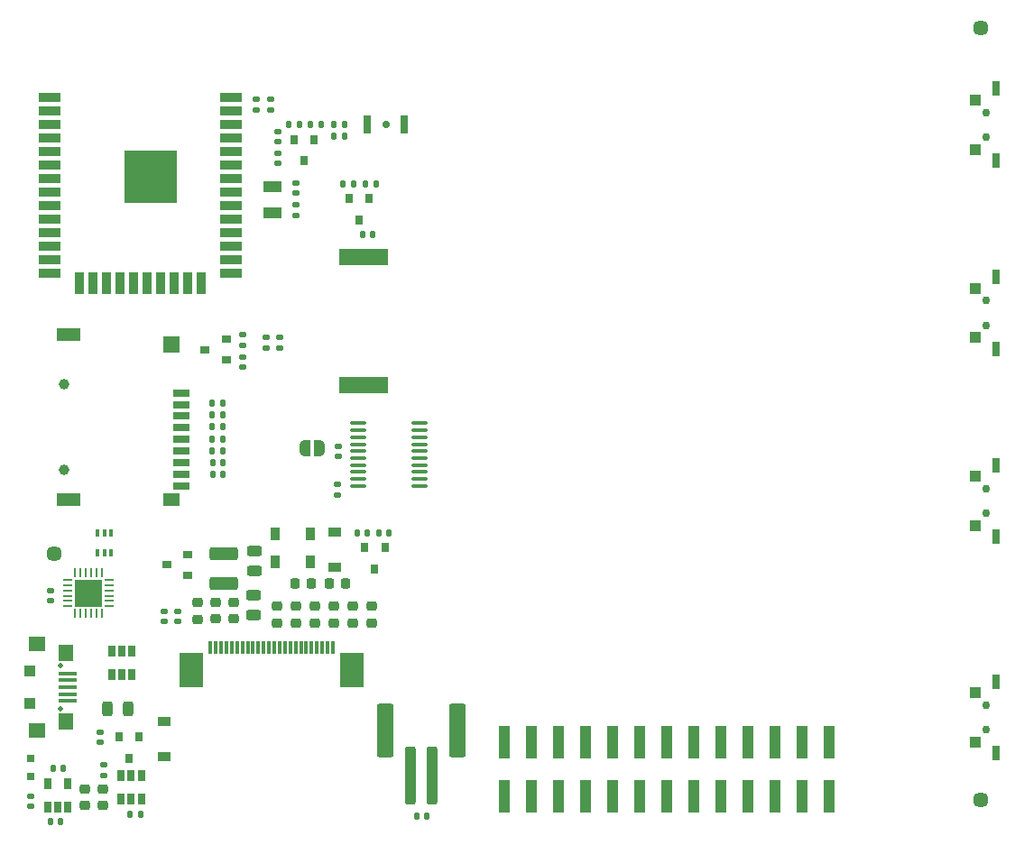
<source format=gbs>
G04 #@! TF.GenerationSoftware,KiCad,Pcbnew,5.99.0-unknown-6b9e44e59c~128~ubuntu18.04.1*
G04 #@! TF.CreationDate,2021-08-18T13:21:18+05:30*
G04 #@! TF.ProjectId,paperd_ink_rev3,70617065-7264-45f6-996e-6b5f72657633,rev?*
G04 #@! TF.SameCoordinates,Original*
G04 #@! TF.FileFunction,Soldermask,Bot*
G04 #@! TF.FilePolarity,Negative*
%FSLAX46Y46*%
G04 Gerber Fmt 4.6, Leading zero omitted, Abs format (unit mm)*
G04 Created by KiCad (PCBNEW 5.99.0-unknown-6b9e44e59c~128~ubuntu18.04.1) date 2021-08-18 13:21:18*
%MOMM*%
%LPD*%
G01*
G04 APERTURE LIST*
G04 Aperture macros list*
%AMRoundRect*
0 Rectangle with rounded corners*
0 $1 Rounding radius*
0 $2 $3 $4 $5 $6 $7 $8 $9 X,Y pos of 4 corners*
0 Add a 4 corners polygon primitive as box body*
4,1,4,$2,$3,$4,$5,$6,$7,$8,$9,$2,$3,0*
0 Add four circle primitives for the rounded corners*
1,1,$1+$1,$2,$3*
1,1,$1+$1,$4,$5*
1,1,$1+$1,$6,$7*
1,1,$1+$1,$8,$9*
0 Add four rect primitives between the rounded corners*
20,1,$1+$1,$2,$3,$4,$5,0*
20,1,$1+$1,$4,$5,$6,$7,0*
20,1,$1+$1,$6,$7,$8,$9,0*
20,1,$1+$1,$8,$9,$2,$3,0*%
%AMFreePoly0*
4,1,22,0.500000,-0.750000,0.000000,-0.750000,0.000000,-0.745033,-0.079941,-0.743568,-0.215256,-0.701293,-0.333266,-0.622738,-0.424486,-0.514219,-0.481581,-0.384460,-0.499164,-0.250000,-0.500000,-0.250000,-0.500000,0.250000,-0.499164,0.250000,-0.499963,0.256109,-0.478152,0.396186,-0.417904,0.524511,-0.324060,0.630769,-0.204165,0.706417,-0.067858,0.745374,0.000000,0.744959,0.000000,0.750000,
0.500000,0.750000,0.500000,-0.750000,0.500000,-0.750000,$1*%
%AMFreePoly1*
4,1,20,0.000000,0.744959,0.073905,0.744508,0.209726,0.703889,0.328688,0.626782,0.421226,0.519385,0.479903,0.390333,0.500000,0.250000,0.500000,-0.250000,0.499851,-0.262216,0.476331,-0.402017,0.414519,-0.529596,0.319384,-0.634700,0.198574,-0.708877,0.061801,-0.746166,0.000000,-0.745033,0.000000,-0.750000,-0.500000,-0.750000,-0.500000,0.750000,0.000000,0.750000,0.000000,0.744959,
0.000000,0.744959,$1*%
G04 Aperture macros list end*
%ADD10RoundRect,0.147500X-0.172500X0.147500X-0.172500X-0.147500X0.172500X-0.147500X0.172500X0.147500X0*%
%ADD11R,1.200000X0.900000*%
%ADD12R,0.800000X0.900000*%
%ADD13RoundRect,0.218750X0.256250X-0.218750X0.256250X0.218750X-0.256250X0.218750X-0.256250X-0.218750X0*%
%ADD14R,0.900000X1.200000*%
%ADD15RoundRect,0.250000X0.250000X2.500000X-0.250000X2.500000X-0.250000X-2.500000X0.250000X-2.500000X0*%
%ADD16RoundRect,0.249600X0.550400X2.250400X-0.550400X2.250400X-0.550400X-2.250400X0.550400X-2.250400X0*%
%ADD17RoundRect,0.218750X-0.218750X-0.256250X0.218750X-0.256250X0.218750X0.256250X-0.218750X0.256250X0*%
%ADD18R,0.300000X1.300000*%
%ADD19R,2.200000X3.300000*%
%ADD20RoundRect,0.250000X1.075000X-0.375000X1.075000X0.375000X-1.075000X0.375000X-1.075000X-0.375000X0*%
%ADD21R,2.000000X0.900000*%
%ADD22R,0.900000X2.000000*%
%ADD23R,5.000000X5.000000*%
%ADD24RoundRect,0.243750X0.456250X-0.243750X0.456250X0.243750X-0.456250X0.243750X-0.456250X-0.243750X0*%
%ADD25RoundRect,0.147500X0.172500X-0.147500X0.172500X0.147500X-0.172500X0.147500X-0.172500X-0.147500X0*%
%ADD26RoundRect,0.147500X-0.147500X-0.172500X0.147500X-0.172500X0.147500X0.172500X-0.147500X0.172500X0*%
%ADD27R,1.800000X1.000000*%
%ADD28R,0.900000X0.800000*%
%ADD29C,1.000000*%
%ADD30R,1.600000X0.700000*%
%ADD31R,2.200000X1.200000*%
%ADD32R,1.500000X1.600000*%
%ADD33R,1.500000X1.200000*%
%ADD34RoundRect,0.147500X0.147500X0.172500X-0.147500X0.172500X-0.147500X-0.172500X0.147500X-0.172500X0*%
%ADD35R,0.650000X1.060000*%
%ADD36RoundRect,0.225000X0.250000X-0.225000X0.250000X0.225000X-0.250000X0.225000X-0.250000X-0.225000X0*%
%ADD37C,0.500000*%
%ADD38R,1.800000X0.400000*%
%ADD39R,1.000000X1.100000*%
%ADD40R,1.500000X1.350000*%
%ADD41R,1.400000X1.500000*%
%ADD42RoundRect,0.062500X0.062500X-0.350000X0.062500X0.350000X-0.062500X0.350000X-0.062500X-0.350000X0*%
%ADD43RoundRect,0.062500X0.350000X-0.062500X0.350000X0.062500X-0.350000X0.062500X-0.350000X-0.062500X0*%
%ADD44R,2.600000X2.600000*%
%ADD45R,0.400000X0.650000*%
%ADD46C,0.700000*%
%ADD47R,0.650000X1.800000*%
%ADD48R,4.600000X1.600000*%
%ADD49RoundRect,0.100000X-0.637500X-0.100000X0.637500X-0.100000X0.637500X0.100000X-0.637500X0.100000X0*%
%ADD50R,1.000000X3.150000*%
%ADD51FreePoly0,0.000000*%
%ADD52FreePoly1,0.000000*%
%ADD53RoundRect,0.218750X-0.256250X0.218750X-0.256250X-0.218750X0.256250X-0.218750X0.256250X0.218750X0*%
%ADD54C,1.448000*%
%ADD55RoundRect,0.243750X-0.243750X-0.456250X0.243750X-0.456250X0.243750X0.456250X-0.243750X0.456250X0*%
%ADD56C,0.750000*%
%ADD57R,0.800000X1.450000*%
%ADD58R,0.700000X0.700000*%
G04 APERTURE END LIST*
D10*
X126180000Y-93395000D03*
X126180000Y-94365000D03*
X125320000Y-71030000D03*
X125320000Y-72000000D03*
D11*
X131365000Y-111620000D03*
X131365000Y-114920000D03*
D12*
X127530000Y-74790000D03*
X129430000Y-74790000D03*
X128480000Y-76790000D03*
D13*
X134840000Y-120170000D03*
X134840000Y-118595000D03*
D14*
X129090000Y-114420000D03*
X125790000Y-114420000D03*
D13*
X118500000Y-119837500D03*
X118500000Y-118262500D03*
D10*
X126030000Y-76090000D03*
X126030000Y-77060000D03*
X126030000Y-74060000D03*
X126030000Y-75030000D03*
X124930000Y-93395000D03*
X124930000Y-94365000D03*
D15*
X140465000Y-134520000D03*
X138465000Y-134520000D03*
D16*
X136065000Y-130270000D03*
X142865000Y-130270000D03*
D17*
X127627500Y-116520000D03*
X129202500Y-116520000D03*
D10*
X123970000Y-71030000D03*
X123970000Y-72000000D03*
D18*
X119692939Y-122480356D03*
X120192939Y-122480356D03*
X120692939Y-122480356D03*
X121192939Y-122480356D03*
X121692939Y-122480356D03*
X122192939Y-122480356D03*
X122692939Y-122480356D03*
X123192939Y-122480356D03*
X123692939Y-122480356D03*
X124192939Y-122480356D03*
X124692939Y-122480356D03*
X125192939Y-122480356D03*
X125692939Y-122480356D03*
X126192939Y-122480356D03*
X126692939Y-122480356D03*
X127192939Y-122480356D03*
X127692939Y-122480356D03*
X128192939Y-122480356D03*
X128692939Y-122480356D03*
X129192939Y-122480356D03*
X129692939Y-122480356D03*
X130192939Y-122480356D03*
X130692939Y-122480356D03*
X131192939Y-122480356D03*
D19*
X132992939Y-124650356D03*
X117892939Y-124650356D03*
D20*
X120950000Y-116480000D03*
X120950000Y-113680000D03*
D21*
X121630000Y-70815000D03*
X121630000Y-72085000D03*
X121630000Y-73355000D03*
X121630000Y-74625000D03*
X121630000Y-75895000D03*
X121630000Y-77165000D03*
X121630000Y-78435000D03*
X121630000Y-79705000D03*
X121630000Y-80975000D03*
X121630000Y-82245000D03*
X121630000Y-83515000D03*
X121630000Y-84785000D03*
X121630000Y-86055000D03*
X121630000Y-87325000D03*
D22*
X118845000Y-88325000D03*
X117575000Y-88325000D03*
X116305000Y-88325000D03*
X115035000Y-88325000D03*
X113765000Y-88325000D03*
X112495000Y-88325000D03*
X111225000Y-88325000D03*
X109955000Y-88325000D03*
X108685000Y-88325000D03*
X107415000Y-88325000D03*
D21*
X104630000Y-87325000D03*
X104630000Y-86055000D03*
X104630000Y-84785000D03*
X104630000Y-83515000D03*
X104630000Y-82245000D03*
X104630000Y-80975000D03*
X104630000Y-79705000D03*
X104630000Y-78435000D03*
X104630000Y-77165000D03*
X104630000Y-75895000D03*
X104630000Y-74625000D03*
X104630000Y-73355000D03*
X104630000Y-72085000D03*
X104630000Y-70815000D03*
D23*
X114130000Y-78315000D03*
D17*
X130842500Y-116520000D03*
X132417500Y-116520000D03*
D24*
X123780000Y-119462500D03*
X123780000Y-117587500D03*
D25*
X116590000Y-120055000D03*
X116590000Y-119085000D03*
D24*
X123810000Y-115332500D03*
X123810000Y-113457500D03*
D12*
X134165000Y-113120000D03*
X136065000Y-113120000D03*
X135115000Y-115120000D03*
D26*
X133465000Y-111710000D03*
X134435000Y-111710000D03*
X135470000Y-111710000D03*
X136440000Y-111710000D03*
D25*
X127730000Y-79865000D03*
X127730000Y-78895000D03*
D27*
X125510000Y-81710000D03*
X125510000Y-79210000D03*
D25*
X127730000Y-81925000D03*
X127730000Y-80955000D03*
X115365000Y-120055000D03*
X115365000Y-119085000D03*
D28*
X121165000Y-93570000D03*
X121165000Y-95470000D03*
X119165000Y-94520000D03*
D10*
X122765000Y-95235000D03*
X122765000Y-96205000D03*
D29*
X105960000Y-97800000D03*
X105960000Y-105800000D03*
D30*
X116940000Y-98580000D03*
X116940000Y-99680000D03*
X116940000Y-100780000D03*
X116940000Y-101880000D03*
X116940000Y-102980000D03*
X116940000Y-104080000D03*
X116940000Y-105180000D03*
X116940000Y-106280000D03*
X116940000Y-107380000D03*
D31*
X106350000Y-108580000D03*
D32*
X116070000Y-94010000D03*
D33*
X116040000Y-108580000D03*
D31*
X106360000Y-93100000D03*
D34*
X120835000Y-99520000D03*
X119865000Y-99520000D03*
X120835000Y-100645666D03*
X119865000Y-100645666D03*
X120835000Y-104022664D03*
X119865000Y-104022664D03*
X120835000Y-101771332D03*
X119865000Y-101771332D03*
X120835000Y-102896998D03*
X119865000Y-102896998D03*
X120875000Y-105148330D03*
X119905000Y-105148330D03*
X120875000Y-106274000D03*
X119905000Y-106274000D03*
X140000000Y-138320000D03*
X139030000Y-138320000D03*
D12*
X112065000Y-132920000D03*
X113015000Y-130920000D03*
X111115000Y-130920000D03*
D34*
X105645000Y-138830000D03*
X104675000Y-138830000D03*
X113145000Y-138180000D03*
X112175000Y-138180000D03*
D35*
X111318000Y-136750000D03*
X112268000Y-136750000D03*
X113218000Y-136750000D03*
X113218000Y-134550000D03*
X112268000Y-134550000D03*
X111318000Y-134550000D03*
X110415000Y-122820000D03*
X111365000Y-122820000D03*
X112315000Y-122820000D03*
X112315000Y-125020000D03*
X111365000Y-125020000D03*
X110415000Y-125020000D03*
D34*
X104925000Y-133880000D03*
X105895000Y-133880000D03*
D36*
X107950000Y-137355000D03*
X107950000Y-135805000D03*
X109610000Y-137355000D03*
X109610000Y-135805000D03*
D11*
X115365000Y-132770000D03*
X115365000Y-129470000D03*
D37*
X105591000Y-128220000D03*
X105591000Y-124220000D03*
D38*
X106311000Y-127520000D03*
X106311000Y-126870000D03*
X106311000Y-126220000D03*
X106311000Y-125570000D03*
X106311000Y-124920000D03*
D39*
X102741000Y-124720000D03*
X102741000Y-127720000D03*
D40*
X103441000Y-130295000D03*
X103441000Y-122145000D03*
D41*
X106141000Y-122970000D03*
X106141000Y-129470000D03*
D35*
X106310000Y-137450000D03*
X105360000Y-137450000D03*
X104410000Y-137450000D03*
X104410000Y-135250000D03*
X106310000Y-135250000D03*
D42*
X109520000Y-119317500D03*
X109020000Y-119317500D03*
X108520000Y-119317500D03*
X108020000Y-119317500D03*
X107520000Y-119317500D03*
X107020000Y-119317500D03*
D43*
X106332500Y-118630000D03*
X106332500Y-118130000D03*
X106332500Y-117630000D03*
X106332500Y-117130000D03*
X106332500Y-116630000D03*
X106332500Y-116130000D03*
D42*
X107020000Y-115442500D03*
X107520000Y-115442500D03*
X108020000Y-115442500D03*
X108520000Y-115442500D03*
X109020000Y-115442500D03*
X109520000Y-115442500D03*
D43*
X110207500Y-116130000D03*
X110207500Y-116630000D03*
X110207500Y-117130000D03*
X110207500Y-117630000D03*
X110207500Y-118130000D03*
X110207500Y-118630000D03*
D44*
X108270000Y-117380000D03*
D45*
X110396000Y-113632000D03*
X109746000Y-113632000D03*
X109096000Y-113632000D03*
X109096000Y-111732000D03*
X109746000Y-111732000D03*
X110396000Y-111732000D03*
D25*
X104665000Y-118105000D03*
X104665000Y-117135000D03*
D46*
X136150000Y-73390000D03*
D47*
X137875000Y-73390000D03*
X134425000Y-73390000D03*
D26*
X131305000Y-74490000D03*
X132275000Y-74490000D03*
X127050000Y-73400000D03*
X128020000Y-73400000D03*
D48*
X134042000Y-97840000D03*
X134042000Y-85850000D03*
D34*
X133105000Y-78990000D03*
X132135000Y-78990000D03*
D12*
X132700000Y-80370000D03*
X134600000Y-80370000D03*
X133650000Y-82370000D03*
D34*
X134960000Y-83680000D03*
X133990000Y-83680000D03*
D26*
X134270000Y-78990000D03*
X135240000Y-78990000D03*
D49*
X133597500Y-107305000D03*
X133597500Y-106655000D03*
X133597500Y-106005000D03*
X133597500Y-105355000D03*
X133597500Y-104705000D03*
X133597500Y-104055000D03*
X133597500Y-103405000D03*
X133597500Y-102755000D03*
X133597500Y-102105000D03*
X133597500Y-101455000D03*
X139322500Y-101455000D03*
X139322500Y-102105000D03*
X139322500Y-102755000D03*
X139322500Y-103405000D03*
X139322500Y-104055000D03*
X139322500Y-104705000D03*
X139322500Y-105355000D03*
X139322500Y-106005000D03*
X139322500Y-106655000D03*
X139322500Y-107305000D03*
D50*
X147300000Y-131375000D03*
X147300000Y-136425000D03*
X149840000Y-131375000D03*
X149840000Y-136425000D03*
X152380000Y-131375000D03*
X152380000Y-136425000D03*
X154920000Y-131375000D03*
X154920000Y-136425000D03*
X157460000Y-131375000D03*
X157460000Y-136425000D03*
X160000000Y-131375000D03*
X160000000Y-136425000D03*
X162540000Y-131375000D03*
X162540000Y-136425000D03*
X165080000Y-131375000D03*
X165080000Y-136425000D03*
X167620000Y-131375000D03*
X167620000Y-136425000D03*
X170160000Y-131375000D03*
X170160000Y-136425000D03*
X172700000Y-131375000D03*
X172700000Y-136425000D03*
X175240000Y-131375000D03*
X175240000Y-136425000D03*
X177780000Y-131375000D03*
X177780000Y-136425000D03*
D10*
X131610000Y-107195000D03*
X131610000Y-108165000D03*
D25*
X102815000Y-137405000D03*
X102815000Y-136435000D03*
X109365000Y-131405000D03*
X109365000Y-130435000D03*
D51*
X128610000Y-103750000D03*
D52*
X129910000Y-103750000D03*
D13*
X121840000Y-119797500D03*
X121840000Y-118222500D03*
D53*
X125970000Y-118595000D03*
X125970000Y-120170000D03*
D13*
X133066000Y-120170000D03*
X133066000Y-118595000D03*
X127744000Y-120170000D03*
X127744000Y-118595000D03*
X131292000Y-120170000D03*
X131292000Y-118595000D03*
D14*
X125740000Y-111845000D03*
X129040000Y-111845000D03*
D10*
X122765000Y-93135000D03*
X122765000Y-94105000D03*
D26*
X131305000Y-73390000D03*
X132275000Y-73390000D03*
X129090000Y-73400000D03*
X130060000Y-73400000D03*
D10*
X131660000Y-103595000D03*
X131660000Y-104565000D03*
D28*
X117590000Y-113795000D03*
X117590000Y-115695000D03*
X115590000Y-114745000D03*
D13*
X120180000Y-119817500D03*
X120180000Y-118242500D03*
X129518000Y-120170000D03*
X129518000Y-118595000D03*
D54*
X105060000Y-113730000D03*
X191960000Y-64330000D03*
X191960000Y-136780000D03*
D55*
X110065000Y-128220000D03*
X111940000Y-128220000D03*
D56*
X192510000Y-107600000D03*
X192510000Y-109900000D03*
D57*
X193410000Y-112125000D03*
X193410000Y-105375000D03*
D39*
X191460000Y-111050000D03*
X191460000Y-106450000D03*
D57*
X193410000Y-132445000D03*
D56*
X192510000Y-127920000D03*
X192510000Y-130220000D03*
D57*
X193410000Y-125695000D03*
D39*
X191460000Y-131370000D03*
X191460000Y-126770000D03*
D58*
X102860000Y-132870000D03*
X102860000Y-134570000D03*
D56*
X192510000Y-72270000D03*
D57*
X193410000Y-76795000D03*
X193410000Y-70045000D03*
D56*
X192510000Y-74570000D03*
D39*
X191460000Y-75720000D03*
X191460000Y-71120000D03*
D10*
X109665000Y-133545000D03*
X109665000Y-134515000D03*
D57*
X193410000Y-94460000D03*
D56*
X192510000Y-92235000D03*
X192510000Y-89935000D03*
D57*
X193410000Y-87710000D03*
D39*
X191460000Y-93385000D03*
X191460000Y-88785000D03*
M02*

</source>
